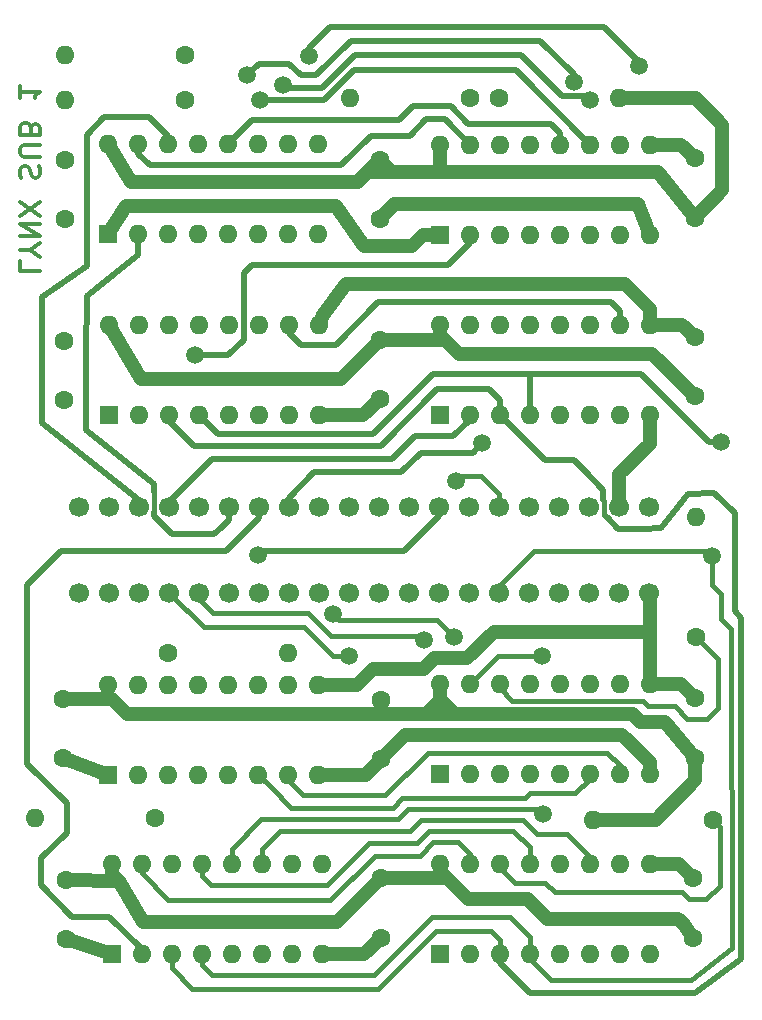
<source format=gbr>
%TF.GenerationSoftware,KiCad,Pcbnew,7.0.7*%
%TF.CreationDate,2023-11-11T16:10:04+00:00*%
%TF.ProjectId,Lynx-MK1-MEM,4c796e78-2d4d-44b3-912d-4d454d2e6b69,rev?*%
%TF.SameCoordinates,Original*%
%TF.FileFunction,Copper,L2,Bot*%
%TF.FilePolarity,Positive*%
%FSLAX46Y46*%
G04 Gerber Fmt 4.6, Leading zero omitted, Abs format (unit mm)*
G04 Created by KiCad (PCBNEW 7.0.7) date 2023-11-11 16:10:04*
%MOMM*%
%LPD*%
G01*
G04 APERTURE LIST*
%ADD10C,0.340000*%
%TA.AperFunction,NonConductor*%
%ADD11C,0.340000*%
%TD*%
%TA.AperFunction,ComponentPad*%
%ADD12R,1.600000X1.600000*%
%TD*%
%TA.AperFunction,ComponentPad*%
%ADD13O,1.600000X1.600000*%
%TD*%
%TA.AperFunction,ComponentPad*%
%ADD14C,1.600000*%
%TD*%
%TA.AperFunction,ComponentPad*%
%ADD15C,1.700000*%
%TD*%
%TA.AperFunction,ViaPad*%
%ADD16C,1.500000*%
%TD*%
%TA.AperFunction,Conductor*%
%ADD17C,1.200000*%
%TD*%
%TA.AperFunction,Conductor*%
%ADD18C,0.500000*%
%TD*%
%TA.AperFunction,Conductor*%
%ADD19C,0.400000*%
%TD*%
G04 APERTURE END LIST*
D10*
D11*
X76115726Y-80880601D02*
X76115726Y-81737744D01*
X76115726Y-81737744D02*
X77815726Y-81737744D01*
X76925250Y-79937744D02*
X76115726Y-79937744D01*
X77815726Y-80537744D02*
X76925250Y-79937744D01*
X76925250Y-79937744D02*
X77815726Y-79337744D01*
X76115726Y-78737744D02*
X77815726Y-78737744D01*
X77815726Y-78737744D02*
X76115726Y-77709173D01*
X76115726Y-77709173D02*
X77815726Y-77709173D01*
X77815726Y-77023459D02*
X76115726Y-75823459D01*
X77815726Y-75823459D02*
X76115726Y-77023459D01*
X76196679Y-73852029D02*
X76115726Y-73594887D01*
X76115726Y-73594887D02*
X76115726Y-73166315D01*
X76115726Y-73166315D02*
X76196679Y-72994887D01*
X76196679Y-72994887D02*
X76277631Y-72909172D01*
X76277631Y-72909172D02*
X76439536Y-72823458D01*
X76439536Y-72823458D02*
X76601440Y-72823458D01*
X76601440Y-72823458D02*
X76763345Y-72909172D01*
X76763345Y-72909172D02*
X76844298Y-72994887D01*
X76844298Y-72994887D02*
X76925250Y-73166315D01*
X76925250Y-73166315D02*
X77006202Y-73509172D01*
X77006202Y-73509172D02*
X77087155Y-73680601D01*
X77087155Y-73680601D02*
X77168107Y-73766315D01*
X77168107Y-73766315D02*
X77330012Y-73852029D01*
X77330012Y-73852029D02*
X77491917Y-73852029D01*
X77491917Y-73852029D02*
X77653821Y-73766315D01*
X77653821Y-73766315D02*
X77734774Y-73680601D01*
X77734774Y-73680601D02*
X77815726Y-73509172D01*
X77815726Y-73509172D02*
X77815726Y-73080601D01*
X77815726Y-73080601D02*
X77734774Y-72823458D01*
X77815726Y-72052029D02*
X76439536Y-72052029D01*
X76439536Y-72052029D02*
X76277631Y-71966315D01*
X76277631Y-71966315D02*
X76196679Y-71880601D01*
X76196679Y-71880601D02*
X76115726Y-71709172D01*
X76115726Y-71709172D02*
X76115726Y-71366315D01*
X76115726Y-71366315D02*
X76196679Y-71194886D01*
X76196679Y-71194886D02*
X76277631Y-71109172D01*
X76277631Y-71109172D02*
X76439536Y-71023458D01*
X76439536Y-71023458D02*
X77815726Y-71023458D01*
X77006202Y-69566315D02*
X76925250Y-69309172D01*
X76925250Y-69309172D02*
X76844298Y-69223458D01*
X76844298Y-69223458D02*
X76682393Y-69137744D01*
X76682393Y-69137744D02*
X76439536Y-69137744D01*
X76439536Y-69137744D02*
X76277631Y-69223458D01*
X76277631Y-69223458D02*
X76196679Y-69309172D01*
X76196679Y-69309172D02*
X76115726Y-69480601D01*
X76115726Y-69480601D02*
X76115726Y-70166315D01*
X76115726Y-70166315D02*
X77815726Y-70166315D01*
X77815726Y-70166315D02*
X77815726Y-69566315D01*
X77815726Y-69566315D02*
X77734774Y-69394887D01*
X77734774Y-69394887D02*
X77653821Y-69309172D01*
X77653821Y-69309172D02*
X77491917Y-69223458D01*
X77491917Y-69223458D02*
X77330012Y-69223458D01*
X77330012Y-69223458D02*
X77168107Y-69309172D01*
X77168107Y-69309172D02*
X77087155Y-69394887D01*
X77087155Y-69394887D02*
X77006202Y-69566315D01*
X77006202Y-69566315D02*
X77006202Y-70166315D01*
X76115726Y-66052029D02*
X76115726Y-67080600D01*
X76115726Y-66566315D02*
X77815726Y-66566315D01*
X77815726Y-66566315D02*
X77572869Y-66737743D01*
X77572869Y-66737743D02*
X77410964Y-66909172D01*
X77410964Y-66909172D02*
X77330012Y-67080600D01*
D12*
%TO.P,IC1,1,VBB*%
%TO.N,-5V*%
X83560000Y-78580000D03*
D13*
%TO.P,IC1,2,Din*%
%TO.N,/DI6*%
X86100000Y-78580000D03*
%TO.P,IC1,3,~{WRITE}*%
%TO.N,~{WR}*%
X88640000Y-78580000D03*
%TO.P,IC1,4,~{RAS}*%
%TO.N,~{RAS}*%
X91180000Y-78580000D03*
%TO.P,IC1,5,A0*%
%TO.N,/A5*%
X93720000Y-78580000D03*
%TO.P,IC1,6,A2*%
%TO.N,/A2*%
X96260000Y-78580000D03*
%TO.P,IC1,7,A1*%
%TO.N,/A0*%
X98800000Y-78580000D03*
%TO.P,IC1,8,VCC*%
%TO.N,+12V*%
X101340000Y-78580000D03*
%TO.P,IC1,9,A7*%
%TO.N,+5V*%
X101340000Y-70960000D03*
%TO.P,IC1,10,A5*%
%TO.N,/A1*%
X98800000Y-70960000D03*
%TO.P,IC1,11,A4*%
%TO.N,/A4*%
X96260000Y-70960000D03*
%TO.P,IC1,12,A3*%
%TO.N,/A3*%
X93720000Y-70960000D03*
%TO.P,IC1,13,A6*%
%TO.N,/A6*%
X91180000Y-70960000D03*
%TO.P,IC1,14,Dout*%
%TO.N,/DO6*%
X88640000Y-70960000D03*
%TO.P,IC1,15,~{CAS}*%
%TO.N,~{CAS}*%
X86100000Y-70960000D03*
%TO.P,IC1,16,GND*%
%TO.N,GND*%
X83560000Y-70960000D03*
%TD*%
D14*
%TO.P,C6,1*%
%TO.N,+12V*%
X106680000Y-123023000D03*
%TO.P,C6,2*%
%TO.N,GND*%
X106680000Y-118023000D03*
%TD*%
D15*
%TO.P,PL4,1,Pin_1*%
%TO.N,/DO0*%
X81090000Y-108950000D03*
%TO.P,PL4,2,Pin_2*%
%TO.N,/DI0*%
X81090000Y-101650000D03*
%TO.P,PL4,3,Pin_3*%
%TO.N,/DO5*%
X83630000Y-108950000D03*
%TO.P,PL4,4,Pin_4*%
%TO.N,unconnected-(PL4-Pin_4-Pad4)*%
X83630000Y-101650000D03*
%TO.P,PL4,5,Pin_5*%
%TO.N,/DO7*%
X86170000Y-108950000D03*
%TO.P,PL4,6,Pin_6*%
%TO.N,/DO6*%
X86170000Y-101650000D03*
%TO.P,PL4,7,Pin_7*%
%TO.N,/DI2*%
X88710000Y-108950000D03*
%TO.P,PL4,8,Pin_8*%
%TO.N,/DI1*%
X88710000Y-101650000D03*
%TO.P,PL4,9,Pin_9*%
%TO.N,/DI4*%
X91250000Y-108950000D03*
%TO.P,PL4,10,Pin_10*%
%TO.N,/DI3*%
X91250000Y-101650000D03*
%TO.P,PL4,11,Pin_11*%
%TO.N,/DI5*%
X93790000Y-108950000D03*
%TO.P,PL4,12,Pin_12*%
%TO.N,/DI6*%
X93790000Y-101650000D03*
%TO.P,PL4,13,Pin_13*%
%TO.N,unconnected-(PL4-Pin_13-Pad13)*%
X96330000Y-108950000D03*
%TO.P,PL4,14,Pin_14*%
%TO.N,/DI7*%
X96330000Y-101650000D03*
%TO.P,PL4,15,Pin_15*%
%TO.N,unconnected-(PL4-Pin_15-Pad15)*%
X98870000Y-108950000D03*
%TO.P,PL4,16,Pin_16*%
%TO.N,/DO1*%
X98870000Y-101650000D03*
%TO.P,PL4,17,Pin_17*%
%TO.N,/DO3*%
X101410000Y-108950000D03*
%TO.P,PL4,18,Pin_18*%
%TO.N,/DO4*%
X101410000Y-101650000D03*
%TO.P,PL4,19,Pin_19*%
%TO.N,unconnected-(PL4-Pin_19-Pad19)*%
X103950000Y-108950000D03*
%TO.P,PL4,20,Pin_20*%
%TO.N,unconnected-(PL4-Pin_20-Pad20)*%
X103950000Y-101650000D03*
%TO.P,PL4,21,Pin_21*%
%TO.N,unconnected-(PL4-Pin_21-Pad21)*%
X106490000Y-108950000D03*
%TO.P,PL4,22,Pin_22*%
%TO.N,unconnected-(PL4-Pin_22-Pad22)*%
X106490000Y-101650000D03*
%TO.P,PL4,23,Pin_23*%
%TO.N,GND*%
X109030000Y-108950000D03*
%TO.P,PL4,24,Pin_24*%
X109030000Y-101650000D03*
%TO.P,PL4,25,Pin_25*%
%TO.N,/DO2*%
X111570000Y-108950000D03*
%TO.P,PL4,26,Pin_26*%
%TO.N,~{WR}*%
X111570000Y-101650000D03*
%TO.P,PL4,27,Pin_27*%
%TO.N,-5V*%
X114110000Y-108950000D03*
%TO.P,PL4,28,Pin_28*%
%TO.N,/A6*%
X114110000Y-101650000D03*
%TO.P,PL4,29,Pin_29*%
%TO.N,~{RAS}*%
X116650000Y-108950000D03*
%TO.P,PL4,30,Pin_30*%
%TO.N,~{CAS}*%
X116650000Y-101650000D03*
%TO.P,PL4,31,Pin_31*%
%TO.N,/A3*%
X119190000Y-108950000D03*
%TO.P,PL4,32,Pin_32*%
%TO.N,/A5*%
X119190000Y-101650000D03*
%TO.P,PL4,33,Pin_33*%
%TO.N,/A4*%
X121730000Y-108950000D03*
%TO.P,PL4,34,Pin_34*%
%TO.N,/A2*%
X121730000Y-101650000D03*
%TO.P,PL4,35,Pin_35*%
%TO.N,/A1*%
X124270000Y-108950000D03*
%TO.P,PL4,36,Pin_36*%
%TO.N,/A0*%
X124270000Y-101650000D03*
%TO.P,PL4,37,Pin_37*%
%TO.N,+12V*%
X126810000Y-108950000D03*
%TO.P,PL4,38,Pin_38*%
X126810000Y-101650000D03*
%TO.P,PL4,39,Pin_39*%
%TO.N,+5V*%
X129350000Y-108950000D03*
%TO.P,PL4,40,Pin_40*%
X129350000Y-101650000D03*
%TD*%
D14*
%TO.P,C7,1*%
%TO.N,+12V*%
X106553000Y-92543000D03*
%TO.P,C7,2*%
%TO.N,GND*%
X106553000Y-87543000D03*
%TD*%
%TO.P,C1,1*%
%TO.N,-5V*%
X80010000Y-138263000D03*
%TO.P,C1,2*%
%TO.N,GND*%
X80010000Y-133263000D03*
%TD*%
D12*
%TO.P,IC2,1,VBB*%
%TO.N,-5V*%
X111668425Y-78613000D03*
D13*
%TO.P,IC2,2,Din*%
%TO.N,/DI3*%
X114208425Y-78613000D03*
%TO.P,IC2,3,~{WRITE}*%
%TO.N,~{WR}*%
X116748425Y-78613000D03*
%TO.P,IC2,4,~{RAS}*%
%TO.N,~{RAS}*%
X119288425Y-78613000D03*
%TO.P,IC2,5,A0*%
%TO.N,/A5*%
X121828425Y-78613000D03*
%TO.P,IC2,6,A2*%
%TO.N,/A2*%
X124368425Y-78613000D03*
%TO.P,IC2,7,A1*%
%TO.N,/A0*%
X126908425Y-78613000D03*
%TO.P,IC2,8,VCC*%
%TO.N,+12V*%
X129448425Y-78613000D03*
%TO.P,IC2,9,A7*%
%TO.N,+5V*%
X129448425Y-70993000D03*
%TO.P,IC2,10,A5*%
%TO.N,/A1*%
X126908425Y-70993000D03*
%TO.P,IC2,11,A4*%
%TO.N,/A4*%
X124368425Y-70993000D03*
%TO.P,IC2,12,A3*%
%TO.N,/A3*%
X121828425Y-70993000D03*
%TO.P,IC2,13,A6*%
%TO.N,/A6*%
X119288425Y-70993000D03*
%TO.P,IC2,14,Dout*%
%TO.N,/DO3*%
X116748425Y-70993000D03*
%TO.P,IC2,15,~{CAS}*%
%TO.N,~{CAS}*%
X114208425Y-70993000D03*
%TO.P,IC2,16,GND*%
%TO.N,GND*%
X111668425Y-70993000D03*
%TD*%
D14*
%TO.P,R6,1*%
%TO.N,/DO5*%
X88650000Y-114050000D03*
D13*
%TO.P,R6,2*%
%TO.N,GND*%
X98810000Y-114050000D03*
%TD*%
D14*
%TO.P,C9,1*%
%TO.N,+5V*%
X133096000Y-133136000D03*
%TO.P,C9,2*%
%TO.N,GND*%
X133096000Y-138136000D03*
%TD*%
%TO.P,R8,1*%
%TO.N,/DO2*%
X134767000Y-128143000D03*
D13*
%TO.P,R8,2*%
%TO.N,GND*%
X124607000Y-128143000D03*
%TD*%
D14*
%TO.P,C11,1*%
%TO.N,+5V*%
X133223000Y-87289000D03*
%TO.P,C11,2*%
%TO.N,GND*%
X133223000Y-92289000D03*
%TD*%
D12*
%TO.P,IC5,1,VBB*%
%TO.N,-5V*%
X83566000Y-124333000D03*
D13*
%TO.P,IC5,2,Din*%
%TO.N,/DI5*%
X86106000Y-124333000D03*
%TO.P,IC5,3,~{WRITE}*%
%TO.N,~{WR}*%
X88646000Y-124333000D03*
%TO.P,IC5,4,~{RAS}*%
%TO.N,~{RAS}*%
X91186000Y-124333000D03*
%TO.P,IC5,5,A0*%
%TO.N,/A5*%
X93726000Y-124333000D03*
%TO.P,IC5,6,A2*%
%TO.N,/A2*%
X96266000Y-124333000D03*
%TO.P,IC5,7,A1*%
%TO.N,/A0*%
X98806000Y-124333000D03*
%TO.P,IC5,8,VCC*%
%TO.N,+12V*%
X101346000Y-124333000D03*
%TO.P,IC5,9,A7*%
%TO.N,+5V*%
X101346000Y-116713000D03*
%TO.P,IC5,10,A5*%
%TO.N,/A1*%
X98806000Y-116713000D03*
%TO.P,IC5,11,A4*%
%TO.N,/A4*%
X96266000Y-116713000D03*
%TO.P,IC5,12,A3*%
%TO.N,/A3*%
X93726000Y-116713000D03*
%TO.P,IC5,13,A6*%
%TO.N,/A6*%
X91186000Y-116713000D03*
%TO.P,IC5,14,Dout*%
%TO.N,/DO5*%
X88646000Y-116713000D03*
%TO.P,IC5,15,~{CAS}*%
%TO.N,~{CAS}*%
X86106000Y-116713000D03*
%TO.P,IC5,16,GND*%
%TO.N,GND*%
X83566000Y-116713000D03*
%TD*%
D14*
%TO.P,C8,1*%
%TO.N,+12V*%
X106553000Y-77303000D03*
%TO.P,C8,2*%
%TO.N,GND*%
X106553000Y-72303000D03*
%TD*%
%TO.P,R1,1*%
%TO.N,/DO6*%
X90063000Y-63373000D03*
D13*
%TO.P,R1,2*%
%TO.N,GND*%
X79903000Y-63373000D03*
%TD*%
D14*
%TO.P,C12,1*%
%TO.N,+5V*%
X133223000Y-72176000D03*
%TO.P,C12,2*%
%TO.N,GND*%
X133223000Y-77176000D03*
%TD*%
%TO.P,C4,1*%
%TO.N,-5V*%
X79883000Y-77303000D03*
%TO.P,C4,2*%
%TO.N,GND*%
X79883000Y-72303000D03*
%TD*%
D12*
%TO.P,IC3,1,VBB*%
%TO.N,-5V*%
X83667600Y-93929200D03*
D13*
%TO.P,IC3,2,Din*%
%TO.N,/DI0*%
X86207600Y-93929200D03*
%TO.P,IC3,3,~{WRITE}*%
%TO.N,~{WR}*%
X88747600Y-93929200D03*
%TO.P,IC3,4,~{RAS}*%
%TO.N,~{RAS}*%
X91287600Y-93929200D03*
%TO.P,IC3,5,A0*%
%TO.N,/A5*%
X93827600Y-93929200D03*
%TO.P,IC3,6,A2*%
%TO.N,/A2*%
X96367600Y-93929200D03*
%TO.P,IC3,7,A1*%
%TO.N,/A0*%
X98907600Y-93929200D03*
%TO.P,IC3,8,VCC*%
%TO.N,+12V*%
X101447600Y-93929200D03*
%TO.P,IC3,9,A7*%
%TO.N,+5V*%
X101447600Y-86309200D03*
%TO.P,IC3,10,A5*%
%TO.N,/A1*%
X98907600Y-86309200D03*
%TO.P,IC3,11,A4*%
%TO.N,/A4*%
X96367600Y-86309200D03*
%TO.P,IC3,12,A3*%
%TO.N,/A3*%
X93827600Y-86309200D03*
%TO.P,IC3,13,A6*%
%TO.N,/A6*%
X91287600Y-86309200D03*
%TO.P,IC3,14,Dout*%
%TO.N,/DO0*%
X88747600Y-86309200D03*
%TO.P,IC3,15,~{CAS}*%
%TO.N,~{CAS}*%
X86207600Y-86309200D03*
%TO.P,IC3,16,GND*%
%TO.N,GND*%
X83667600Y-86309200D03*
%TD*%
D14*
%TO.P,C3,1*%
%TO.N,-5V*%
X79790000Y-92590000D03*
%TO.P,C3,2*%
%TO.N,GND*%
X79790000Y-87590000D03*
%TD*%
%TO.P,C5,1*%
%TO.N,+12V*%
X106680000Y-138136000D03*
%TO.P,C5,2*%
%TO.N,GND*%
X106680000Y-133136000D03*
%TD*%
D12*
%TO.P,IC7,1,VBB*%
%TO.N,-5V*%
X83855425Y-139563000D03*
D13*
%TO.P,IC7,2,Din*%
%TO.N,/DI7*%
X86395425Y-139563000D03*
%TO.P,IC7,3,~{WRITE}*%
%TO.N,~{WR}*%
X88935425Y-139563000D03*
%TO.P,IC7,4,~{RAS}*%
%TO.N,~{RAS}*%
X91475425Y-139563000D03*
%TO.P,IC7,5,A0*%
%TO.N,/A5*%
X94015425Y-139563000D03*
%TO.P,IC7,6,A2*%
%TO.N,/A2*%
X96555425Y-139563000D03*
%TO.P,IC7,7,A1*%
%TO.N,/A0*%
X99095425Y-139563000D03*
%TO.P,IC7,8,VCC*%
%TO.N,+12V*%
X101635425Y-139563000D03*
%TO.P,IC7,9,A7*%
%TO.N,+5V*%
X101635425Y-131943000D03*
%TO.P,IC7,10,A5*%
%TO.N,/A1*%
X99095425Y-131943000D03*
%TO.P,IC7,11,A4*%
%TO.N,/A4*%
X96555425Y-131943000D03*
%TO.P,IC7,12,A3*%
%TO.N,/A3*%
X94015425Y-131943000D03*
%TO.P,IC7,13,A6*%
%TO.N,/A6*%
X91475425Y-131943000D03*
%TO.P,IC7,14,Dout*%
%TO.N,/DO7*%
X88935425Y-131943000D03*
%TO.P,IC7,15,~{CAS}*%
%TO.N,~{CAS}*%
X86395425Y-131943000D03*
%TO.P,IC7,16,GND*%
%TO.N,GND*%
X83855425Y-131943000D03*
%TD*%
D12*
%TO.P,IC6,1,VBB*%
%TO.N,-5V*%
X111633000Y-124323000D03*
D13*
%TO.P,IC6,2,Din*%
%TO.N,/DI4*%
X114173000Y-124323000D03*
%TO.P,IC6,3,~{WRITE}*%
%TO.N,~{WR}*%
X116713000Y-124323000D03*
%TO.P,IC6,4,~{RAS}*%
%TO.N,~{RAS}*%
X119253000Y-124323000D03*
%TO.P,IC6,5,A0*%
%TO.N,/A5*%
X121793000Y-124323000D03*
%TO.P,IC6,6,A2*%
%TO.N,/A2*%
X124333000Y-124323000D03*
%TO.P,IC6,7,A1*%
%TO.N,/A0*%
X126873000Y-124323000D03*
%TO.P,IC6,8,VCC*%
%TO.N,+12V*%
X129413000Y-124323000D03*
%TO.P,IC6,9,A7*%
%TO.N,+5V*%
X129413000Y-116703000D03*
%TO.P,IC6,10,A5*%
%TO.N,/A1*%
X126873000Y-116703000D03*
%TO.P,IC6,11,A4*%
%TO.N,/A4*%
X124333000Y-116703000D03*
%TO.P,IC6,12,A3*%
%TO.N,/A3*%
X121793000Y-116703000D03*
%TO.P,IC6,13,A6*%
%TO.N,/A6*%
X119253000Y-116703000D03*
%TO.P,IC6,14,Dout*%
%TO.N,/DO4*%
X116713000Y-116703000D03*
%TO.P,IC6,15,~{CAS}*%
%TO.N,~{CAS}*%
X114173000Y-116703000D03*
%TO.P,IC6,16,GND*%
%TO.N,GND*%
X111633000Y-116703000D03*
%TD*%
D14*
%TO.P,R5,1*%
%TO.N,/DO4*%
X133350000Y-112669000D03*
D13*
%TO.P,R5,2*%
%TO.N,GND*%
X133350000Y-102509000D03*
%TD*%
D14*
%TO.P,C2,1*%
%TO.N,-5V*%
X79770000Y-122970000D03*
%TO.P,C2,2*%
%TO.N,GND*%
X79770000Y-117970000D03*
%TD*%
D12*
%TO.P,IC4,1,VBB*%
%TO.N,-5V*%
X111633000Y-93853000D03*
D13*
%TO.P,IC4,2,Din*%
%TO.N,/DI1*%
X114173000Y-93853000D03*
%TO.P,IC4,3,~{WRITE}*%
%TO.N,~{WR}*%
X116713000Y-93853000D03*
%TO.P,IC4,4,~{RAS}*%
%TO.N,~{RAS}*%
X119253000Y-93853000D03*
%TO.P,IC4,5,A0*%
%TO.N,/A5*%
X121793000Y-93853000D03*
%TO.P,IC4,6,A2*%
%TO.N,/A2*%
X124333000Y-93853000D03*
%TO.P,IC4,7,A1*%
%TO.N,/A0*%
X126873000Y-93853000D03*
%TO.P,IC4,8,VCC*%
%TO.N,+12V*%
X129413000Y-93853000D03*
%TO.P,IC4,9,A7*%
%TO.N,+5V*%
X129413000Y-86233000D03*
%TO.P,IC4,10,A5*%
%TO.N,/A1*%
X126873000Y-86233000D03*
%TO.P,IC4,11,A4*%
%TO.N,/A4*%
X124333000Y-86233000D03*
%TO.P,IC4,12,A3*%
%TO.N,/A3*%
X121793000Y-86233000D03*
%TO.P,IC4,13,A6*%
%TO.N,/A6*%
X119253000Y-86233000D03*
%TO.P,IC4,14,Dout*%
%TO.N,/DO1*%
X116713000Y-86233000D03*
%TO.P,IC4,15,~{CAS}*%
%TO.N,~{CAS}*%
X114173000Y-86233000D03*
%TO.P,IC4,16,GND*%
%TO.N,GND*%
X111633000Y-86233000D03*
%TD*%
D12*
%TO.P,IC8,1,VBB*%
%TO.N,-5V*%
X111668425Y-139563000D03*
D13*
%TO.P,IC8,2,Din*%
%TO.N,/DI2*%
X114208425Y-139563000D03*
%TO.P,IC8,3,~{WRITE}*%
%TO.N,~{WR}*%
X116748425Y-139563000D03*
%TO.P,IC8,4,~{RAS}*%
%TO.N,~{RAS}*%
X119288425Y-139563000D03*
%TO.P,IC8,5,A0*%
%TO.N,/A5*%
X121828425Y-139563000D03*
%TO.P,IC8,6,A2*%
%TO.N,/A2*%
X124368425Y-139563000D03*
%TO.P,IC8,7,A1*%
%TO.N,/A0*%
X126908425Y-139563000D03*
%TO.P,IC8,8,VCC*%
%TO.N,+12V*%
X129448425Y-139563000D03*
%TO.P,IC8,9,A7*%
%TO.N,+5V*%
X129448425Y-131943000D03*
%TO.P,IC8,10,A5*%
%TO.N,/A1*%
X126908425Y-131943000D03*
%TO.P,IC8,11,A4*%
%TO.N,/A4*%
X124368425Y-131943000D03*
%TO.P,IC8,12,A3*%
%TO.N,/A3*%
X121828425Y-131943000D03*
%TO.P,IC8,13,A6*%
%TO.N,/A6*%
X119288425Y-131943000D03*
%TO.P,IC8,14,Dout*%
%TO.N,/DO2*%
X116748425Y-131943000D03*
%TO.P,IC8,15,~{CAS}*%
%TO.N,~{CAS}*%
X114208425Y-131943000D03*
%TO.P,IC8,16,GND*%
%TO.N,GND*%
X111668425Y-131943000D03*
%TD*%
D14*
%TO.P,R3,1*%
%TO.N,/DO3*%
X114160000Y-67056000D03*
D13*
%TO.P,R3,2*%
%TO.N,GND*%
X104000000Y-67056000D03*
%TD*%
D14*
%TO.P,C10,1*%
%TO.N,+5V*%
X133223000Y-117896000D03*
%TO.P,C10,2*%
%TO.N,GND*%
X133223000Y-122896000D03*
%TD*%
%TO.P,R7,1*%
%TO.N,/DO7*%
X87523000Y-128016000D03*
D13*
%TO.P,R7,2*%
%TO.N,GND*%
X77363000Y-128016000D03*
%TD*%
D14*
%TO.P,R4,1*%
%TO.N,/DO1*%
X116693000Y-67056000D03*
D13*
%TO.P,R4,2*%
%TO.N,GND*%
X126853000Y-67056000D03*
%TD*%
D14*
%TO.P,R2,1*%
%TO.N,/DO0*%
X90063000Y-67183000D03*
D13*
%TO.P,R2,2*%
%TO.N,GND*%
X79903000Y-67183000D03*
%TD*%
D16*
%TO.N,~{WR}*%
X96220000Y-105730000D03*
%TO.N,~{RAS}*%
X134720000Y-105820000D03*
X135420000Y-96210000D03*
%TO.N,/A0*%
X128510000Y-64340000D03*
X100590000Y-63480000D03*
%TO.N,/A2*%
X98330000Y-65990000D03*
X124320000Y-67230000D03*
%TO.N,/A5*%
X122970000Y-65660000D03*
X95350000Y-65090000D03*
%TO.N,/A4*%
X96460000Y-67240000D03*
%TO.N,/A3*%
X120380000Y-127650000D03*
%TO.N,~{CAS}*%
X113010000Y-99490000D03*
X120300000Y-114320000D03*
%TO.N,/DI4*%
X110300000Y-112960000D03*
%TO.N,/DO4*%
X112870000Y-112730000D03*
X102620000Y-110770000D03*
%TO.N,/DI3*%
X90890000Y-88850000D03*
%TO.N,/DI2*%
X103990000Y-114340000D03*
%TO.N,/DO1*%
X115250000Y-96290000D03*
%TD*%
D17*
%TO.N,-5V*%
X110237000Y-78613000D02*
X109270000Y-79580000D01*
X102840000Y-76190000D02*
X85050000Y-76240000D01*
X109270000Y-79580000D02*
X105190000Y-79600000D01*
X111668425Y-78613000D02*
X110237000Y-78613000D01*
X85050000Y-76240000D02*
X83560000Y-78580000D01*
X80010000Y-138263000D02*
X83855425Y-139563000D01*
X105190000Y-79600000D02*
X102840000Y-76190000D01*
X79770000Y-122970000D02*
X83566000Y-124333000D01*
%TO.N,GND*%
X84720000Y-88140000D02*
X86310000Y-90830000D01*
X86550000Y-136820000D02*
X102976000Y-136840000D01*
X133296000Y-67056000D02*
X126853000Y-67056000D01*
X84450000Y-133310000D02*
X86550000Y-136820000D01*
X79770000Y-117970000D02*
X83900000Y-117970000D01*
X129624000Y-88690000D02*
X133223000Y-92289000D01*
X120760000Y-136560000D02*
X131840000Y-136560000D01*
X111633000Y-117923000D02*
X112930000Y-119220000D01*
X111633000Y-118047000D02*
X110460000Y-119220000D01*
X124607000Y-128143000D02*
X129917000Y-128143000D01*
X107590000Y-73340000D02*
X106553000Y-72303000D01*
X106553000Y-87543000D02*
X112093000Y-87543000D01*
X132220000Y-136940000D02*
X133096000Y-138136000D01*
X135560000Y-74839000D02*
X135560000Y-69320000D01*
X131840000Y-136560000D02*
X132220000Y-136940000D01*
X85540000Y-74150000D02*
X104706000Y-74150000D01*
X130090000Y-73350000D02*
X111710000Y-73340000D01*
X135560000Y-69320000D02*
X133296000Y-67056000D01*
X112266000Y-133136000D02*
X114030000Y-134900000D01*
X119100000Y-134900000D02*
X120760000Y-136560000D01*
X111633000Y-116703000D02*
X111633000Y-117923000D01*
X104706000Y-74150000D02*
X105438000Y-73418000D01*
X111668425Y-73298425D02*
X111710000Y-73340000D01*
X83855425Y-131943000D02*
X83855425Y-132715425D01*
X111668425Y-131943000D02*
X111668425Y-132538425D01*
X128590000Y-119850000D02*
X130690000Y-119920000D01*
X83560000Y-70960000D02*
X85540000Y-74150000D01*
X133223000Y-124837000D02*
X133223000Y-122896000D01*
X102976000Y-136840000D02*
X106680000Y-133136000D01*
X111710000Y-73340000D02*
X107590000Y-73340000D01*
X111668425Y-132538425D02*
X112266000Y-133136000D01*
X133223000Y-77176000D02*
X135560000Y-74839000D01*
X106680000Y-118023000D02*
X106680000Y-119200000D01*
X114030000Y-134900000D02*
X119100000Y-134900000D01*
X83900000Y-117970000D02*
X85150000Y-119220000D01*
X107590000Y-73340000D02*
X105516000Y-73340000D01*
X127960000Y-119220000D02*
X128590000Y-119850000D01*
X106700000Y-119220000D02*
X110460000Y-119220000D01*
X83667600Y-86309200D02*
X84720000Y-88140000D01*
X80010000Y-133263000D02*
X84450000Y-133310000D01*
X83855425Y-132715425D02*
X84450000Y-133310000D01*
X111633000Y-87083000D02*
X112093000Y-87543000D01*
X112093000Y-87543000D02*
X113240000Y-88690000D01*
X85150000Y-119220000D02*
X106700000Y-119220000D01*
X129917000Y-128143000D02*
X133223000Y-124837000D01*
X105516000Y-73340000D02*
X105438000Y-73418000D01*
X111668425Y-70993000D02*
X111668425Y-73298425D01*
X133223000Y-77176000D02*
X130090000Y-73350000D01*
X130690000Y-119920000D02*
X133223000Y-122896000D01*
X103266000Y-90830000D02*
X106553000Y-87543000D01*
X110460000Y-119220000D02*
X112930000Y-119220000D01*
X112930000Y-119220000D02*
X127960000Y-119220000D01*
X113240000Y-88690000D02*
X129624000Y-88690000D01*
X111633000Y-116703000D02*
X111633000Y-118047000D01*
X106680000Y-119200000D02*
X106700000Y-119220000D01*
X111633000Y-86233000D02*
X111633000Y-87083000D01*
X86310000Y-90830000D02*
X103266000Y-90830000D01*
X105438000Y-73418000D02*
X106553000Y-72303000D01*
X106680000Y-133136000D02*
X112266000Y-133136000D01*
%TO.N,+12V*%
X129413000Y-96307000D02*
X126810000Y-98910000D01*
X128430000Y-76050000D02*
X129448425Y-78613000D01*
X101447600Y-93929200D02*
X105166800Y-93929200D01*
X106680000Y-123023000D02*
X108733000Y-120970000D01*
X101346000Y-124333000D02*
X105370000Y-124333000D01*
X129413000Y-93853000D02*
X129413000Y-96307000D01*
X106553000Y-77303000D02*
X107806000Y-76050000D01*
X101635425Y-139563000D02*
X105253000Y-139563000D01*
X105166800Y-93929200D02*
X106553000Y-92543000D01*
X107806000Y-76050000D02*
X128430000Y-76050000D01*
X108733000Y-120970000D02*
X127090000Y-120970000D01*
X105370000Y-124333000D02*
X106680000Y-123023000D01*
X126810000Y-98910000D02*
X126810000Y-101650000D01*
X105253000Y-139563000D02*
X106680000Y-138136000D01*
X127090000Y-120970000D02*
X129413000Y-123293000D01*
X129413000Y-123293000D02*
X129413000Y-124323000D01*
%TO.N,+5V*%
X127310000Y-82820000D02*
X129413000Y-84923000D01*
X132040000Y-70993000D02*
X133223000Y-72176000D01*
X129413000Y-112230000D02*
X129413000Y-109013000D01*
X101447600Y-86309200D02*
X101760000Y-85460000D01*
X132030000Y-116703000D02*
X133223000Y-117896000D01*
X129413000Y-116703000D02*
X132030000Y-116703000D01*
X132167000Y-86233000D02*
X133223000Y-87289000D01*
X129413000Y-112230000D02*
X116200000Y-112230000D01*
X103720000Y-82820000D02*
X127310000Y-82820000D01*
X116200000Y-112230000D02*
X113970000Y-114460000D01*
X110270000Y-115360000D02*
X105990000Y-115360000D01*
X129413000Y-109013000D02*
X129350000Y-108950000D01*
X129448425Y-131943000D02*
X131903000Y-131943000D01*
X131903000Y-131943000D02*
X133096000Y-133136000D01*
X101760000Y-85460000D02*
X103720000Y-82820000D01*
X129448425Y-70993000D02*
X132040000Y-70993000D01*
X105990000Y-115360000D02*
X104637000Y-116713000D01*
X113970000Y-114460000D02*
X111170000Y-114460000D01*
X129413000Y-86233000D02*
X132167000Y-86233000D01*
X104637000Y-116713000D02*
X101346000Y-116713000D01*
X129413000Y-116703000D02*
X129413000Y-112230000D01*
X129413000Y-84923000D02*
X129413000Y-86233000D01*
X111170000Y-114460000D02*
X110270000Y-115360000D01*
D18*
%TO.N,/DI7*%
X83650000Y-136390000D02*
X86395425Y-139135425D01*
X96330000Y-101650000D02*
X96330000Y-102630000D01*
X76700000Y-123400000D02*
X80040000Y-126740000D01*
X80040000Y-126740000D02*
X80040000Y-129250000D01*
X93560000Y-105400000D02*
X79600000Y-105400000D01*
X80540000Y-136390000D02*
X83650000Y-136390000D01*
X77860000Y-133710000D02*
X80540000Y-136390000D01*
X86395425Y-139135425D02*
X86395425Y-139563000D01*
X80040000Y-129250000D02*
X77860000Y-131430000D01*
X77860000Y-131430000D02*
X77860000Y-133710000D01*
X79600000Y-105400000D02*
X76700000Y-108300000D01*
X96330000Y-102630000D02*
X93560000Y-105400000D01*
X76700000Y-108300000D02*
X76700000Y-123400000D01*
%TO.N,~{WR}*%
X131410000Y-102200000D02*
X130390000Y-103500000D01*
D19*
X116748425Y-138348425D02*
X116748425Y-139563000D01*
D18*
X136600000Y-110460000D02*
X136600000Y-102210000D01*
X123940000Y-98670000D02*
X125490000Y-100220000D01*
X90820000Y-96480000D02*
X88747600Y-94407600D01*
X133280000Y-142790000D02*
X137120000Y-139930000D01*
X137120000Y-139930000D02*
X137180000Y-111040000D01*
D19*
X125560000Y-101160000D02*
X125560000Y-102360000D01*
D18*
X120580000Y-97720000D02*
X121580000Y-97720000D01*
D19*
X90700000Y-142480000D02*
X106420000Y-142480000D01*
D18*
X137180000Y-111040000D02*
X136600000Y-110460000D01*
X111430000Y-91690000D02*
X106640000Y-96480000D01*
D19*
X88935425Y-139563000D02*
X88935425Y-140715425D01*
D18*
X128840000Y-103550000D02*
X126750000Y-103550000D01*
X130390000Y-103500000D02*
X128840000Y-103550000D01*
X119290000Y-142810000D02*
X133280000Y-142790000D01*
X96220000Y-105730000D02*
X96580000Y-105370000D01*
X116748425Y-139563000D02*
X116748425Y-140268425D01*
X88747600Y-94407600D02*
X88747600Y-93929200D01*
X106640000Y-96480000D02*
X90820000Y-96480000D01*
D19*
X88935425Y-140715425D02*
X90700000Y-142480000D01*
D18*
X122990000Y-97720000D02*
X123940000Y-98670000D01*
D19*
X125490000Y-101090000D02*
X125560000Y-101160000D01*
X106420000Y-142480000D02*
X111310000Y-137590000D01*
D18*
X136600000Y-102210000D02*
X134900000Y-100510000D01*
X116713000Y-93853000D02*
X116713000Y-92623000D01*
D19*
X111310000Y-137590000D02*
X115990000Y-137590000D01*
D18*
X132630000Y-100560000D02*
X131410000Y-102200000D01*
X96580000Y-105370000D02*
X108610000Y-105370000D01*
D19*
X115990000Y-137590000D02*
X116748425Y-138348425D01*
D18*
X108610000Y-105370000D02*
X111570000Y-102410000D01*
X116713000Y-92623000D02*
X115780000Y-91690000D01*
X115780000Y-91690000D02*
X111430000Y-91690000D01*
X116713000Y-93853000D02*
X120580000Y-97720000D01*
X121580000Y-97720000D02*
X122990000Y-97720000D01*
X134900000Y-100510000D02*
X132630000Y-100560000D01*
X111570000Y-102410000D02*
X111570000Y-101650000D01*
X125490000Y-100220000D02*
X125490000Y-101090000D01*
X126750000Y-103550000D02*
X125760000Y-102560000D01*
D19*
X125560000Y-102360000D02*
X125760000Y-102560000D01*
D18*
X116748425Y-140268425D02*
X119290000Y-142810000D01*
D19*
%TO.N,~{RAS}*%
X119288425Y-139928425D02*
X119288425Y-139563000D01*
X136390000Y-139000000D02*
X132940000Y-141690000D01*
X119650000Y-105400000D02*
X121170000Y-105400000D01*
D18*
X134470000Y-96210000D02*
X135420000Y-96210000D01*
X92888400Y-95530000D02*
X106010000Y-95530000D01*
X111090000Y-90450000D02*
X119170000Y-90450000D01*
D19*
X134300000Y-105400000D02*
X134720000Y-105820000D01*
X92330000Y-141320000D02*
X91475425Y-140465425D01*
D18*
X119253000Y-93853000D02*
X119253000Y-90533000D01*
D19*
X135440000Y-111180000D02*
X136290000Y-112030000D01*
X135440000Y-109030000D02*
X135440000Y-111180000D01*
X132940000Y-141690000D02*
X121050000Y-141690000D01*
X116650000Y-108950000D02*
X116650000Y-108400000D01*
X91475425Y-140465425D02*
X91475425Y-139563000D01*
X117600000Y-136400000D02*
X110990000Y-136400000D01*
D18*
X119170000Y-90450000D02*
X128710000Y-90450000D01*
D19*
X136290000Y-112030000D02*
X136390000Y-139000000D01*
X116650000Y-108400000D02*
X117250000Y-107800000D01*
X117250000Y-107800000D02*
X119650000Y-105400000D01*
X121170000Y-105400000D02*
X134300000Y-105400000D01*
X106070000Y-141320000D02*
X92330000Y-141320000D01*
D18*
X128710000Y-90450000D02*
X134470000Y-96210000D01*
D19*
X119288425Y-139563000D02*
X119288425Y-138088425D01*
D18*
X119253000Y-90533000D02*
X119170000Y-90450000D01*
D19*
X134720000Y-108310000D02*
X135440000Y-109030000D01*
D18*
X106010000Y-95530000D02*
X111090000Y-90450000D01*
D19*
X134720000Y-105820000D02*
X134720000Y-108310000D01*
X119288425Y-138088425D02*
X117600000Y-136400000D01*
X121050000Y-141690000D02*
X119288425Y-139928425D01*
D18*
X91287600Y-93929200D02*
X92888400Y-95530000D01*
D19*
X110990000Y-136400000D02*
X106070000Y-141320000D01*
D18*
%TO.N,/A0*%
X125540000Y-61070000D02*
X128510000Y-64040000D01*
D19*
X110610000Y-122470000D02*
X125780000Y-122470000D01*
D18*
X102380000Y-61070000D02*
X125540000Y-61070000D01*
X100590000Y-63480000D02*
X100590000Y-62860000D01*
D19*
X125780000Y-122470000D02*
X126873000Y-123563000D01*
X100090000Y-126070000D02*
X107010000Y-126070000D01*
X98806000Y-124786000D02*
X100090000Y-126070000D01*
D18*
X100590000Y-62860000D02*
X102380000Y-61070000D01*
D19*
X107010000Y-126070000D02*
X110610000Y-122470000D01*
X98806000Y-124333000D02*
X98806000Y-124786000D01*
D18*
X128510000Y-64040000D02*
X128510000Y-64340000D01*
D19*
X126873000Y-123563000D02*
X126873000Y-124323000D01*
%TO.N,/A2*%
X108460000Y-126330000D02*
X107660000Y-127130000D01*
D18*
X124010000Y-66920000D02*
X124320000Y-67230000D01*
D19*
X124333000Y-124323000D02*
X124333000Y-124707000D01*
D18*
X118500000Y-63420000D02*
X122000000Y-66920000D01*
X122000000Y-66920000D02*
X124010000Y-66920000D01*
X104430000Y-63420000D02*
X118500000Y-63420000D01*
D19*
X97350000Y-125417000D02*
X96266000Y-124333000D01*
X124333000Y-124707000D02*
X123130000Y-125910000D01*
X99060000Y-127130000D02*
X97350000Y-125420000D01*
D18*
X98520000Y-66180000D02*
X101670000Y-66180000D01*
X98330000Y-65990000D02*
X98520000Y-66180000D01*
D19*
X119250000Y-125910000D02*
X118830000Y-126330000D01*
X107660000Y-127130000D02*
X99060000Y-127130000D01*
X118830000Y-126330000D02*
X108460000Y-126330000D01*
X123130000Y-125910000D02*
X119250000Y-125910000D01*
D18*
X101670000Y-66180000D02*
X104430000Y-63420000D01*
D19*
X97350000Y-125420000D02*
X97350000Y-125417000D01*
D18*
%TO.N,/A1*%
X99910000Y-87950000D02*
X102840000Y-87950000D01*
X98907600Y-86309200D02*
X98907600Y-86947600D01*
X98907600Y-86947600D02*
X99910000Y-87950000D01*
X102840000Y-87950000D02*
X106430000Y-84360000D01*
X126110000Y-84360000D02*
X126873000Y-85123000D01*
X126873000Y-85123000D02*
X126873000Y-86233000D01*
X106430000Y-84360000D02*
X126110000Y-84360000D01*
%TO.N,/A5*%
X104130000Y-62200000D02*
X101200000Y-65130000D01*
X96300000Y-64140000D02*
X95350000Y-65090000D01*
X122970000Y-65000000D02*
X120170000Y-62200000D01*
X101200000Y-65130000D02*
X99880000Y-65130000D01*
X99880000Y-65130000D02*
X98890000Y-64140000D01*
X98890000Y-64140000D02*
X96300000Y-64140000D01*
X120170000Y-62200000D02*
X104130000Y-62200000D01*
X122970000Y-65660000D02*
X122970000Y-65000000D01*
D19*
%TO.N,/A4*%
X96555425Y-130654575D02*
X98130000Y-129080000D01*
X119870000Y-129350000D02*
X122400000Y-129350000D01*
D18*
X104390000Y-64690000D02*
X118065425Y-64690000D01*
D19*
X109130000Y-129080000D02*
X110020000Y-128190000D01*
X122400000Y-129350000D02*
X124368425Y-131318425D01*
X124368425Y-131318425D02*
X124368425Y-131943000D01*
D18*
X96460000Y-67240000D02*
X101840000Y-67240000D01*
X101840000Y-67240000D02*
X104390000Y-64690000D01*
D19*
X110020000Y-128190000D02*
X118710000Y-128190000D01*
X98130000Y-129080000D02*
X109130000Y-129080000D01*
X118710000Y-128190000D02*
X119870000Y-129350000D01*
D18*
X118065425Y-64690000D02*
X124368425Y-70993000D01*
D19*
X96555425Y-131943000D02*
X96555425Y-130654575D01*
%TO.N,/A3*%
X108980000Y-127290000D02*
X120020000Y-127290000D01*
D18*
X108230000Y-68900000D02*
X95780000Y-68900000D01*
D19*
X108140000Y-128130000D02*
X108980000Y-127290000D01*
D18*
X121050000Y-69260000D02*
X114060000Y-69260000D01*
D19*
X94015425Y-130624575D02*
X96510000Y-128130000D01*
X94015425Y-131943000D02*
X94015425Y-130624575D01*
X120020000Y-127290000D02*
X120380000Y-127650000D01*
D18*
X121828425Y-70038425D02*
X121050000Y-69260000D01*
D19*
X96510000Y-128130000D02*
X108140000Y-128130000D01*
D18*
X95780000Y-68900000D02*
X93720000Y-70960000D01*
X114060000Y-69260000D02*
X112560000Y-67760000D01*
X109370000Y-67760000D02*
X108230000Y-68900000D01*
X112560000Y-67760000D02*
X109370000Y-67760000D01*
X121828425Y-70993000D02*
X121828425Y-70038425D01*
D19*
%TO.N,/A6*%
X92260000Y-133700000D02*
X91475425Y-132915425D01*
X102090000Y-133700000D02*
X92260000Y-133700000D01*
X117880000Y-129100000D02*
X110750000Y-129100000D01*
X110750000Y-129100000D02*
X109680000Y-130170000D01*
X119288425Y-130508425D02*
X117880000Y-129100000D01*
X119288425Y-131943000D02*
X119288425Y-130508425D01*
X105620000Y-130170000D02*
X102090000Y-133700000D01*
X91475425Y-132915425D02*
X91475425Y-131943000D01*
X109680000Y-130170000D02*
X105620000Y-130170000D01*
%TO.N,~{CAS}*%
X116650000Y-100550000D02*
X115160000Y-99060000D01*
X88660000Y-134960000D02*
X102370000Y-134960000D01*
D18*
X86100000Y-71780000D02*
X87070000Y-72750000D01*
D19*
X116650000Y-101650000D02*
X116650000Y-100550000D01*
X120300000Y-114320000D02*
X116550000Y-114320000D01*
X116550000Y-114320000D02*
X115060000Y-115810000D01*
D18*
X110490000Y-68850000D02*
X112065425Y-68850000D01*
X103290000Y-72750000D02*
X105790000Y-70250000D01*
D19*
X115060000Y-115816000D02*
X114173000Y-116703000D01*
X86395425Y-132695425D02*
X88660000Y-134960000D01*
X114208425Y-131078425D02*
X114208425Y-131943000D01*
X113440000Y-99060000D02*
X113010000Y-99490000D01*
D18*
X109090000Y-70250000D02*
X110490000Y-68850000D01*
X87070000Y-72750000D02*
X103290000Y-72750000D01*
X105790000Y-70250000D02*
X109090000Y-70250000D01*
D19*
X86395425Y-131943000D02*
X86395425Y-132695425D01*
X113190000Y-130060000D02*
X114208425Y-131078425D01*
X109970000Y-131190000D02*
X111100000Y-130060000D01*
X102370000Y-134960000D02*
X106140000Y-131190000D01*
X106140000Y-131190000D02*
X109970000Y-131190000D01*
X115060000Y-115810000D02*
X115060000Y-115816000D01*
X111100000Y-130060000D02*
X113190000Y-130060000D01*
X115160000Y-99060000D02*
X113440000Y-99060000D01*
D18*
X86100000Y-70960000D02*
X86100000Y-71780000D01*
X112065425Y-68850000D02*
X114208425Y-70993000D01*
%TO.N,/DI6*%
X93790000Y-102760000D02*
X93180000Y-103370000D01*
X92560000Y-103990000D02*
X91140000Y-103990000D01*
X86100000Y-78580000D02*
X86050000Y-80350000D01*
X81740000Y-83780000D02*
X81730000Y-88800000D01*
X89010000Y-103990000D02*
X88310000Y-103290000D01*
X81730000Y-88800000D02*
X81730000Y-95160000D01*
X87470000Y-102450000D02*
X87470000Y-102070000D01*
X93790000Y-101650000D02*
X93790000Y-102760000D01*
X84800000Y-81350000D02*
X81740000Y-83780000D01*
X93180000Y-103370000D02*
X92560000Y-103990000D01*
X88310000Y-103290000D02*
X87470000Y-102450000D01*
X81730000Y-95160000D02*
X87430000Y-99740000D01*
X87430000Y-99740000D02*
X87420000Y-100450000D01*
X91140000Y-103990000D02*
X89010000Y-103990000D01*
D19*
X87420000Y-102020000D02*
X87470000Y-102070000D01*
D18*
X86050000Y-80350000D02*
X84800000Y-81350000D01*
D19*
X87420000Y-100450000D02*
X87420000Y-102020000D01*
D18*
%TO.N,/DO6*%
X88640000Y-70240000D02*
X88640000Y-70960000D01*
X83250000Y-68660000D02*
X87060000Y-68660000D01*
X77930000Y-83910000D02*
X81740000Y-81250000D01*
X81750000Y-70160000D02*
X83250000Y-68660000D01*
X81740000Y-81250000D02*
X81750000Y-70160000D01*
X86170000Y-101110000D02*
X77960000Y-94570000D01*
X77960000Y-94570000D02*
X77930000Y-83910000D01*
X86170000Y-101650000D02*
X86170000Y-101110000D01*
X87060000Y-68660000D02*
X88640000Y-70240000D01*
D19*
%TO.N,/DI4*%
X109960000Y-112620000D02*
X110300000Y-112960000D01*
X100480000Y-110650000D02*
X102450000Y-112620000D01*
X92450000Y-110650000D02*
X100480000Y-110650000D01*
X102450000Y-112620000D02*
X109960000Y-112620000D01*
X91250000Y-108950000D02*
X91250000Y-109450000D01*
X91250000Y-109450000D02*
X92450000Y-110650000D01*
%TO.N,/DO4*%
X103100000Y-111250000D02*
X111390000Y-111250000D01*
X102620000Y-110770000D02*
X103100000Y-111250000D01*
X135200000Y-114519000D02*
X133350000Y-112669000D01*
X116713000Y-116703000D02*
X116713000Y-117003000D01*
X132610000Y-119610000D02*
X134270000Y-119610000D01*
X129100000Y-118330000D02*
X129100000Y-118363578D01*
X129256422Y-118520000D02*
X131520000Y-118520000D01*
X129100000Y-118363578D02*
X129256422Y-118520000D01*
X131520000Y-118520000D02*
X132610000Y-119610000D01*
X128840000Y-118070000D02*
X129100000Y-118330000D01*
X111390000Y-111250000D02*
X112870000Y-112730000D01*
X117780000Y-118070000D02*
X128840000Y-118070000D01*
X135200000Y-118680000D02*
X135200000Y-114519000D01*
X116713000Y-117003000D02*
X117780000Y-118070000D01*
X134270000Y-119610000D02*
X135200000Y-118680000D01*
D18*
%TO.N,/DI3*%
X95077600Y-81882400D02*
X95077600Y-87512400D01*
X114208425Y-79371575D02*
X112370000Y-81210000D01*
X112370000Y-81210000D02*
X95750000Y-81210000D01*
X114208425Y-78613000D02*
X114208425Y-79371575D01*
X95077600Y-87512400D02*
X93740000Y-88850000D01*
X95750000Y-81210000D02*
X95077600Y-81882400D01*
X93740000Y-88850000D02*
X90890000Y-88850000D01*
D19*
%TO.N,/DI2*%
X100140000Y-111880000D02*
X102600000Y-114340000D01*
X102600000Y-114340000D02*
X103990000Y-114340000D01*
X91640000Y-111880000D02*
X100140000Y-111880000D01*
X88710000Y-108950000D02*
X91640000Y-111880000D01*
%TO.N,/DO2*%
X117980000Y-133500000D02*
X120570000Y-133500000D01*
X116748425Y-132268425D02*
X117980000Y-133500000D01*
X135390000Y-128766000D02*
X134767000Y-128143000D01*
X116748425Y-131943000D02*
X116748425Y-132268425D01*
X132740000Y-134910000D02*
X134220000Y-134910000D01*
X135390000Y-133740000D02*
X135390000Y-128766000D01*
X121360000Y-134290000D02*
X132120000Y-134290000D01*
X120570000Y-133500000D02*
X121360000Y-134290000D01*
X132120000Y-134290000D02*
X132740000Y-134910000D01*
X134220000Y-134910000D02*
X135390000Y-133740000D01*
D18*
%TO.N,/DI1*%
X88710000Y-101280000D02*
X92370000Y-97620000D01*
X112800000Y-95710000D02*
X114173000Y-94337000D01*
X114173000Y-94337000D02*
X114173000Y-93853000D01*
X92370000Y-97620000D02*
X107610000Y-97620000D01*
X107610000Y-97620000D02*
X109520000Y-95710000D01*
X109520000Y-95710000D02*
X112800000Y-95710000D01*
X88710000Y-101650000D02*
X88710000Y-101280000D01*
%TO.N,/DO1*%
X108360000Y-98760000D02*
X101000000Y-98760000D01*
X110050000Y-97070000D02*
X108360000Y-98760000D01*
X101000000Y-98760000D02*
X98870000Y-100890000D01*
X115250000Y-96290000D02*
X114470000Y-97070000D01*
X98870000Y-100890000D02*
X98870000Y-101650000D01*
X114470000Y-97070000D02*
X110050000Y-97070000D01*
%TD*%
M02*

</source>
